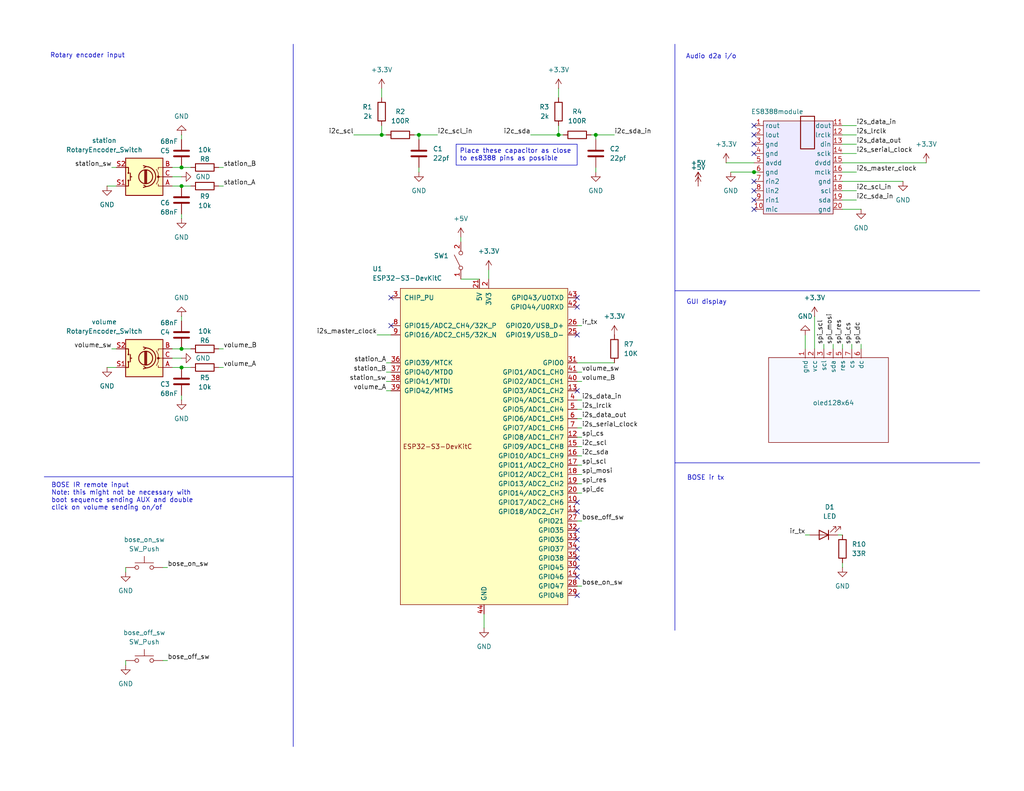
<source format=kicad_sch>
(kicad_sch (version 20250114) (generator "eeschema") (generator_version "9.0")
  (paper "USLetter")
  (title_block (title "Internet Radio V3") (date "2026-02-24") (rev "3.0") (company "AG Keck"))
  (lib_symbols
    (symbol "Device:C" (pin_numbers (hide yes)) (pin_names (offset 0.254))
      (property "Reference" "C" (at 0.635 2.54 0))
      (property "Value" "C" (at 0.635 -2.54 0))
      (symbol "C_0_1"
        (polyline (pts (xy -2.032 0.762) (xy 2.032 0.762)) (stroke (width 0.508)))
        (polyline (pts (xy -2.032 -0.762) (xy 2.032 -0.762)) (stroke (width 0.508)))
      )
      (symbol "C_1_1"
        (pin passive line (at 0 3.81 270) (length 2.794) (name "~") (number "1"))
        (pin passive line (at 0 -3.81 90) (length 2.794) (name "~") (number "2"))
      )
    )
    (symbol "Device:LED" (pin_numbers (hide yes)) (pin_names (offset 1.016) (hide yes))
      (property "Reference" "D" (at 0 2.54 0))
      (property "Value" "LED" (at 0 -2.54 0))
      (symbol "LED_0_1"
        (polyline (pts (xy -3.048 -0.762) (xy -4.572 -2.286) (xy -3.81 -2.286) (xy -4.572 -2.286) (xy -4.572 -1.524)))
        (polyline (pts (xy -1.778 -0.762) (xy -3.302 -2.286) (xy -2.54 -2.286) (xy -3.302 -2.286) (xy -3.302 -1.524)))
        (polyline (pts (xy -1.27 0) (xy 1.27 0)))
        (polyline (pts (xy -1.27 -1.27) (xy -1.27 1.27)) (stroke (width 0.254)))
        (polyline (pts (xy 1.27 -1.27) (xy 1.27 1.27) (xy -1.27 0) (xy 1.27 -1.27)) (stroke (width 0.254)))
      )
      (symbol "LED_1_1"
        (pin passive line (at -3.81 0 0) (length 2.54) (name "K") (number "1"))
        (pin passive line (at 3.81 0 180) (length 2.54) (name "A") (number "2"))
      )
    )
    (symbol "Device:R" (pin_numbers (hide yes)) (pin_names (offset 0))
      (property "Reference" "R" (at 2.032 0 90))
      (property "Value" "R" (at 0 0 90))
      (symbol "R_0_1"
        (rectangle (start -1.016 -2.54) (end 1.016 2.54) (stroke (width 0.254)))
      )
      (symbol "R_1_1"
        (pin passive line (at 0 3.81 270) (length 1.27) (name "~") (number "1"))
        (pin passive line (at 0 -3.81 90) (length 1.27) (name "~") (number "2"))
      )
    )
    (symbol "Device:RotaryEncoder_Switch" (pin_names (offset 0.254) (hide yes))
      (property "Reference" "SW" (at 0 6.604 0))
      (property "Value" "RotaryEncoder_Switch" (at 0 -6.604 0))
      (symbol "RotaryEncoder_Switch_0_1"
        (rectangle (start -5.08 5.08) (end 5.08 -5.08) (stroke (width 0.254)) (fill (type background)))
        (polyline (pts (xy -5.08 2.54) (xy -3.81 2.54) (xy -3.81 2.032)))
        (polyline (pts (xy -5.08 0) (xy -3.81 0) (xy -3.81 -1.016) (xy -3.302 -2.032)))
        (polyline (pts (xy -5.08 -2.54) (xy -3.81 -2.54) (xy -3.81 -2.032)))
        (polyline (pts (xy -4.318 0) (xy -3.81 0) (xy -3.81 1.016) (xy -3.302 2.032)))
        (circle (center -3.81 0) (radius 0.254) (fill (type outline)))
        (polyline (pts (xy -0.635 -1.778) (xy -0.635 1.778)) (stroke (width 0.254)))
        (circle (center -0.381 0) (radius 1.905) (stroke (width 0.254)))
        (polyline (pts (xy -0.381 -1.778) (xy -0.381 1.778)) (stroke (width 0.254)))
        (arc (start -0.381 -2.794) (mid -3.0988 -0.0635) (end -0.381 2.667) (stroke (width 0.254)))
        (polyline (pts (xy -0.127 1.778) (xy -0.127 -1.778)) (stroke (width 0.254)))
        (polyline (pts (xy 0.254 2.921) (xy -0.508 2.667) (xy 0.127 2.286)) (stroke (width 0.254)))
        (polyline (pts (xy 0.254 -3.048) (xy -0.508 -2.794) (xy 0.127 -2.413)) (stroke (width 0.254)))
        (polyline (pts (xy 3.81 1.016) (xy 3.81 -1.016)) (stroke (width 0.254)))
        (polyline (pts (xy 3.81 0) (xy 3.429 0)) (stroke (width 0.254)))
        (circle (center 4.318 1.016) (radius 0.127) (stroke (width 0.254)))
        (circle (center 4.318 -1.016) (radius 0.127) (stroke (width 0.254)))
        (polyline (pts (xy 5.08 2.54) (xy 4.318 2.54) (xy 4.318 1.016)) (stroke (width 0.254)))
        (polyline (pts (xy 5.08 -2.54) (xy 4.318 -2.54) (xy 4.318 -1.016)) (stroke (width 0.254)))
      )
      (symbol "RotaryEncoder_Switch_1_1"
        (pin passive line (at -7.62 2.54 0) (length 2.54) (name "A") (number "A"))
        (pin passive line (at -7.62 0 0) (length 2.54) (name "C") (number "C"))
        (pin passive line (at -7.62 -2.54 0) (length 2.54) (name "B") (number "B"))
        (pin passive line (at 7.62 2.54 180) (length 2.54) (name "S1") (number "S1"))
        (pin passive line (at 7.62 -2.54 180) (length 2.54) (name "S2") (number "S2"))
      )
    )
    (symbol "Espressif:ESP32-S3-DevKitC" (pin_names (offset 1.016))
      (property "Reference" "U" (at -22.86 48.26 0))
      (property "Value" "ESP32-S3-DevKitC" (at -22.86 45.72 0))
      (symbol "ESP32-S3-DevKitC_0_0"
        (text "ESP32-S3-DevKitC" (at -12.7 0 0) (effects (font (size 1.27 1.27))))
        (pin bidirectional line (at -25.4 15.24 0) (length 2.54) (name "GPIO42/MTMS") (number "39"))
        (pin power_in line (at 0 -45.72 90) (length 2.54) (name "GND") (number "44"))
        (pin bidirectional line (at 25.4 40.64 180) (length 2.54) (name "GPIO43/U0TXD") (number "43"))
        (pin bidirectional line (at 25.4 38.1 180) (length 2.54) (name "GPIO44/U0RXD") (number "42"))
        (pin bidirectional line (at 25.4 20.32 180) (length 2.54) (name "GPIO1/ADC1_CH0") (number "41"))
        (pin bidirectional line (at 25.4 17.78 180) (length 2.54) (name "GPIO2/ADC1_CH1") (number "40"))
        (pin bidirectional line (at 25.4 -10.16 180) (length 2.54) (name "GPIO13/ADC2_CH2") (number "19"))
        (pin bidirectional line (at 25.4 -35.56 180) (length 2.54) (name "GPIO46") (number "14"))
      )
      (symbol "ESP32-S3-DevKitC_0_1"
        (rectangle (start -22.86 43.18) (end 22.86 -43.18) (fill (type background)))
        (pin power_in line (at 1.27 45.72 270) (length 2.54) (name "3V3") (number "2"))
      )
      (symbol "ESP32-S3-DevKitC_1_1"
        (pin input line (at -25.4 40.64 0) (length 2.54) (name "CHIP_PU") (number "3"))
        (pin bidirectional line (at -25.4 33.02 0) (length 2.54) (name "GPIO15/ADC2_CH4/32K_P") (number "8"))
        (pin bidirectional line (at -25.4 30.48 0) (length 2.54) (name "GPIO16/ADC2_CH5/32K_N") (number "9"))
        (pin bidirectional line (at -25.4 22.86 0) (length 2.54) (name "GPIO39/MTCK") (number "36"))
        (pin bidirectional line (at -25.4 20.32 0) (length 2.54) (name "GPIO40/MTDO") (number "37"))
        (pin bidirectional line (at -25.4 17.78 0) (length 2.54) (name "GPIO41/MTDI") (number "38"))
        (pin power_in line (at -1.27 45.72 270) (length 2.54) (name "5V") (number "21"))
        (pin passive line (at 0 -45.72 90) (length 2.54) (hide yes) (name "GND") (number "22"))
        (pin passive line (at 0 -45.72 90) (length 2.54) (hide yes) (name "GND") (number "23"))
        (pin passive line (at 0 -45.72 90) (length 2.54) (hide yes) (name "GND") (number "24"))
        (pin passive line (at 1.27 45.72 270) (length 2.54) (hide yes) (name "3V3") (number "1"))
        (pin bidirectional line (at 25.4 33.02 180) (length 2.54) (name "GPIO20/USB_D+") (number "26"))
        (pin bidirectional line (at 25.4 30.48 180) (length 2.54) (name "GPIO19/USB_D-") (number "25"))
        (pin bidirectional line (at 25.4 22.86 180) (length 2.54) (name "GPIO0") (number "31"))
        (pin bidirectional line (at 25.4 15.24 180) (length 2.54) (name "GPIO3/ADC1_CH2") (number "13"))
        (pin bidirectional line (at 25.4 12.7 180) (length 2.54) (name "GPIO4/ADC1_CH3") (number "4"))
        (pin bidirectional line (at 25.4 10.16 180) (length 2.54) (name "GPIO5/ADC1_CH4") (number "5"))
        (pin bidirectional line (at 25.4 7.62 180) (length 2.54) (name "GPIO6/ADC1_CH5") (number "6"))
        (pin bidirectional line (at 25.4 5.08 180) (length 2.54) (name "GPIO7/ADC1_CH6") (number "7"))
        (pin bidirectional line (at 25.4 2.54 180) (length 2.54) (name "GPIO8/ADC1_CH7") (number "12"))
        (pin bidirectional line (at 25.4 0 180) (length 2.54) (name "GPIO9/ADC1_CH8") (number "15"))
        (pin bidirectional line (at 25.4 -2.54 180) (length 2.54) (name "GPIO10/ADC1_CH9") (number "16"))
        (pin bidirectional line (at 25.4 -5.08 180) (length 2.54) (name "GPIO11/ADC2_CH0") (number "17"))
        (pin bidirectional line (at 25.4 -7.62 180) (length 2.54) (name "GPIO12/ADC2_CH1") (number "18"))
        (pin bidirectional line (at 25.4 -12.7 180) (length 2.54) (name "GPIO14/ADC2_CH3") (number "20"))
        (pin bidirectional line (at 25.4 -15.24 180) (length 2.54) (name "GPIO17/ADC2_CH6") (number "10"))
        (pin bidirectional line (at 25.4 -17.78 180) (length 2.54) (name "GPIO18/ADC2_CH7") (number "11"))
        (pin bidirectional line (at 25.4 -20.32 180) (length 2.54) (name "GPIO21") (number "27"))
        (pin bidirectional line (at 25.4 -22.86 180) (length 2.54) (name "GPIO35") (number "32"))
        (pin bidirectional line (at 25.4 -25.4 180) (length 2.54) (name "GPIO36") (number "33"))
        (pin bidirectional line (at 25.4 -27.94 180) (length 2.54) (name "GPIO37") (number "34"))
        (pin bidirectional line (at 25.4 -30.48 180) (length 2.54) (name "GPIO38") (number "35"))
        (pin bidirectional line (at 25.4 -33.02 180) (length 2.54) (name "GPIO45") (number "30"))
        (pin bidirectional line (at 25.4 -38.1 180) (length 2.54) (name "GPIO47") (number "28"))
        (pin bidirectional line (at 25.4 -40.64 180) (length 2.54) (name "GPIO48") (number "29"))
      )
    )
    (symbol "Switch:SW_Push" (pin_numbers (hide yes)) (pin_names (offset 1.016) (hide yes))
      (property "Reference" "SW" (at 1.27 2.54 0))
      (property "Value" "SW_Push" (at 0 -1.524 0))
      (symbol "SW_Push_0_1"
        (circle (center -2.032 0) (radius 0.508))
        (polyline (pts (xy 0 1.27) (xy 0 3.048)))
        (circle (center 2.032 0) (radius 0.508))
        (polyline (pts (xy 2.54 1.27) (xy -2.54 1.27)))
        (pin passive line (at -5.08 0 0) (length 2.54) (name "1") (number "1"))
        (pin passive line (at 5.08 0 180) (length 2.54) (name "2") (number "2"))
      )
    )
    (symbol "Switch:SW_SPST" (pin_names (offset 0) (hide yes))
      (property "Reference" "SW" (at 0 3.175 0))
      (property "Value" "SW_SPST" (at 0 -2.54 0))
      (symbol "SW_SPST_0_0"
        (circle (center -2.032 0) (radius 0.508))
        (polyline (pts (xy -1.524 0.254) (xy 1.524 1.778)))
        (circle (center 2.032 0) (radius 0.508))
      )
      (symbol "SW_SPST_1_1"
        (pin passive line (at -5.08 0 0) (length 2.54) (name "A") (number "1"))
        (pin passive line (at 5.08 0 180) (length 2.54) (name "B") (number "2"))
      )
    )
    (symbol "es8388_module:es8388_module"
      (property "Reference" "U" (at 6.35 14.605 0))
      (property "Value" "ES8388module" (at -6.35 14.605 0))
      (symbol "es8388_module_0_1"
        (rectangle (start -10.16 12.7) (end 8.89 -12.7) (fill (type color) (color 207 198 255 0.36)))
        (rectangle (start 0 13.97) (end 3.81 5.08) (stroke (width 0.254)))
      )
      (symbol "es8388_module_1_0"
        (pin output line (at 11.43 11.43 180) (length 2.54) (name "dout") (number "11"))
        (pin input line (at 11.43 8.89 180) (length 2.54) (name "lrclk") (number "12"))
      )
      (symbol "es8388_module_1_1"
        (pin output line (at -12.7 11.43 0) (length 2.54) (name "rout") (number "1"))
        (pin output line (at -12.7 8.89 0) (length 2.54) (name "lout") (number "2"))
        (pin power_out line (at -12.7 6.35 0) (length 2.54) (name "gnd") (number "3"))
        (pin power_out line (at -12.7 3.81 0) (length 2.54) (name "gnd") (number "4"))
        (pin power_in line (at -12.7 1.27 0) (length 2.54) (name "avdd") (number "5"))
        (pin power_out line (at -12.7 -1.27 0) (length 2.54) (name "gnd") (number "6"))
        (pin input line (at -12.7 -3.81 0) (length 2.54) (name "rin2") (number "7"))
        (pin input line (at -12.7 -6.35 0) (length 2.54) (name "lin2") (number "8"))
        (pin input line (at -12.7 -8.89 0) (length 2.54) (name "rin1") (number "9"))
        (pin input line (at -12.7 -11.43 0) (length 2.54) (name "mic") (number "10"))
        (pin input line (at 11.43 6.35 180) (length 2.54) (name "din") (number "13"))
        (pin input line (at 11.43 3.81 180) (length 2.54) (name "sclk") (number "14"))
        (pin power_in line (at 11.43 1.27 180) (length 2.54) (name "dvdd") (number "15"))
        (pin input line (at 11.43 -1.27 180) (length 2.54) (name "mclk") (number "16"))
        (pin power_out line (at 11.43 -3.81 180) (length 2.54) (name "gnd") (number "17"))
        (pin input line (at 11.43 -6.35 180) (length 2.54) (name "scl") (number "18"))
        (pin input line (at 11.43 -8.89 180) (length 2.54) (name "sda") (number "19"))
        (pin power_out line (at 11.43 -11.43 180) (length 2.54) (name "gnd") (number "20"))
      )
    )
    (symbol "oled_128x64_spi:oled_128x64_spi"
      (property "Reference" "U" (at 12.7 13.97 0))
      (property "Value" "oled128x64" (at -16.51 14.605 0))
      (symbol "oled_128x64_spi_0_1"
        (rectangle (start -17.6212 12.8587) (end 15.0813 -10.3188) (fill (type color) (color 174 198 255 0.11)))
      )
      (symbol "oled_128x64_spi_1_1"
        (pin power_out line (at -7.62 15.24 270) (length 2.54) (name "gnd") (number "1"))
        (pin power_in line (at -5.08 15.24 270) (length 2.54) (name "vcc") (number "2"))
        (pin input line (at -2.54 15.24 270) (length 2.54) (name "scl") (number "3"))
        (pin input line (at 0 15.24 270) (length 2.54) (name "sda") (number "4"))
        (pin input line (at 2.54 15.24 270) (length 2.54) (name "res") (number "5"))
        (pin input line (at 5.08 15.24 270) (length 2.54) (name "cs") (number "7"))
        (pin input line (at 7.62 15.24 270) (length 2.54) (name "dc") (number "6"))
      )
    )
    (symbol "power:+3.3V" (power) (pin_numbers (hide yes)) (pin_names (offset 0) (hide yes))
      (property "Value" "+3.3V" (at 0 3.556 0))
      (symbol "+3.3V_0_1"
        (polyline (pts (xy -0.762 1.27) (xy 0 2.54)))
        (polyline (pts (xy 0 2.54) (xy 0.762 1.27)))
        (polyline (pts (xy 0 0) (xy 0 2.54)))
      )
      (symbol "+3.3V_1_1"
        (pin power_in line (at 0 0 90) (length 0) (name "~") (number "1"))
      )
    )
    (symbol "power:+5V" (power) (pin_numbers (hide yes)) (pin_names (offset 0) (hide yes))
      (property "Value" "+5V" (at 0 3.556 0))
      (symbol "+5V_0_1"
        (polyline (pts (xy -0.762 1.27) (xy 0 2.54)))
        (polyline (pts (xy 0 2.54) (xy 0.762 1.27)))
        (polyline (pts (xy 0 0) (xy 0 2.54)))
      )
      (symbol "+5V_1_1"
        (pin power_in line (at 0 0 90) (length 0) (name "~") (number "1"))
      )
    )
    (symbol "power:GND" (power) (pin_numbers (hide yes)) (pin_names (offset 0) (hide yes))
      (property "Value" "GND" (at 0 -3.81 0))
      (symbol "GND_0_1"
        (polyline (pts (xy 0 0) (xy 0 -1.27) (xy 1.27 -1.27) (xy 0 -2.54) (xy -1.27 -1.27) (xy 0 -1.27)))
      )
      (symbol "GND_1_1"
        (pin power_in line (at 0 0 270) (length 0) (name "~") (number "1"))
      )
    )
  )
  (text "GUI display" (at 192.786 82.55 0) (effects (font (size 1.27 1.27))))
  (text "Rotary encoder input" (at 23.876 15.24 0) (effects (font (size 1.27 1.27))))
  (text "Audio d2a i/o" (at 194.056 15.494 0) (effects (font (size 1.27 1.27))))
  (text "BOSE ir tx" (at 192.532 130.556 0) (effects (font (size 1.27 1.27))))
  (text "BOSE IR remote input\nNote: this might not be necessary with\nboot sequence sending AUX and double\nclick on volume sending on/of" (at 13.97 135.636 0) (effects (font (size 1.27 1.27)) (justify left)))
  (text_box "Place these capacitor as close to es8388 pins as possible" (at 124.46 39.37 0) (size 33.02 5.715) (margins 0.9525 0.9525 0.9525 0.9525) (effects (font (size 1.27 1.27)) (justify left top)))
  (junction (at 49.53 100.33))
  (junction (at 49.53 95.25))
  (junction (at 205.74 46.99))
  (junction (at 114.3 36.83))
  (junction (at 104.14 36.83))
  (junction (at 49.53 45.72))
  (junction (at 49.53 50.8))
  (junction (at 162.56 36.83))
  (junction (at 152.4 36.83))
  (no_connect (at 157.48 149.86))
  (no_connect (at 157.48 81.28))
  (no_connect (at 205.74 39.37))
  (no_connect (at 205.74 49.53))
  (no_connect (at 106.68 81.28))
  (no_connect (at 205.74 34.29))
  (no_connect (at 205.74 57.15))
  (no_connect (at 157.48 139.7))
  (no_connect (at 205.74 54.61))
  (no_connect (at 106.68 88.9))
  (no_connect (at 205.74 52.07))
  (no_connect (at 157.48 147.32))
  (no_connect (at 157.48 154.94))
  (no_connect (at 157.48 152.4))
  (no_connect (at 157.48 83.82))
  (no_connect (at 157.48 91.44))
  (no_connect (at 157.48 144.78))
  (no_connect (at 157.48 106.68))
  (no_connect (at 205.74 36.83))
  (no_connect (at 157.48 137.16))
  (no_connect (at 205.74 41.91))
  (no_connect (at 157.48 162.56))
  (no_connect (at 157.48 157.48))
  (wire (pts (xy 227.33 93.98) (xy 227.33 95.25)))
  (wire (pts (xy 161.29 36.83) (xy 162.56 36.83)))
  (wire (pts (xy 49.53 38.1) (xy 49.53 36.83)))
  (wire (pts (xy 157.48 88.9) (xy 158.75 88.9)))
  (wire (pts (xy 219.71 91.44) (xy 219.71 95.25)))
  (wire (pts (xy 229.87 46.99) (xy 233.68 46.99)))
  (wire (pts (xy 234.95 93.98) (xy 234.95 95.25)))
  (wire (pts (xy 105.41 104.14) (xy 106.68 104.14)))
  (wire (pts (xy 152.4 24.13) (xy 152.4 26.67)))
  (wire (pts (xy 158.75 134.62) (xy 157.48 134.62)))
  (wire (pts (xy 229.87 54.61) (xy 233.68 54.61)))
  (polyline (pts (xy 184.15 79.375) (xy 267.335 79.375)))
  (wire (pts (xy 232.41 93.98) (xy 232.41 95.25)))
  (wire (pts (xy 105.41 101.6) (xy 106.68 101.6)))
  (wire (pts (xy 113.03 36.83) (xy 114.3 36.83)))
  (wire (pts (xy 158.75 129.54) (xy 157.48 129.54)))
  (wire (pts (xy 46.99 50.8) (xy 49.53 50.8)))
  (wire (pts (xy 207.01 46.99) (xy 205.74 46.99)))
  (wire (pts (xy 229.87 93.98) (xy 229.87 95.25)))
  (wire (pts (xy 49.53 45.72) (xy 52.07 45.72)))
  (wire (pts (xy 49.53 87.63) (xy 49.53 86.36)))
  (wire (pts (xy 162.56 38.1) (xy 162.56 36.83)))
  (wire (pts (xy 205.74 44.45) (xy 198.12 44.45)))
  (wire (pts (xy 59.69 95.25) (xy 60.96 95.25)))
  (wire (pts (xy 229.87 153.67) (xy 229.87 154.94)))
  (wire (pts (xy 46.99 95.25) (xy 49.53 95.25)))
  (wire (pts (xy 228.6 146.05) (xy 229.87 146.05)))
  (wire (pts (xy 46.99 100.33) (xy 49.53 100.33)))
  (wire (pts (xy 224.79 93.98) (xy 224.79 95.25)))
  (wire (pts (xy 157.48 142.24) (xy 158.75 142.24)))
  (wire (pts (xy 49.53 50.8) (xy 52.07 50.8)))
  (wire (pts (xy 157.48 101.6) (xy 158.75 101.6)))
  (wire (pts (xy 114.3 36.83) (xy 119.38 36.83)))
  (wire (pts (xy 157.48 124.46) (xy 158.75 124.46)))
  (wire (pts (xy 34.29 180.34) (xy 34.29 181.61)))
  (wire (pts (xy 229.87 52.07) (xy 233.68 52.07)))
  (wire (pts (xy 34.29 154.94) (xy 34.29 156.21)))
  (wire (pts (xy 152.4 34.29) (xy 152.4 36.83)))
  (wire (pts (xy 144.78 36.83) (xy 152.4 36.83)))
  (wire (pts (xy 30.48 95.25) (xy 31.75 95.25)))
  (wire (pts (xy 96.52 36.83) (xy 104.14 36.83)))
  (wire (pts (xy 158.75 119.38) (xy 157.48 119.38)))
  (wire (pts (xy 30.48 45.72) (xy 31.75 45.72)))
  (wire (pts (xy 233.68 41.91) (xy 229.87 41.91)))
  (wire (pts (xy 114.3 45.72) (xy 114.3 46.99)))
  (wire (pts (xy 49.53 95.25) (xy 52.07 95.25)))
  (wire (pts (xy 158.75 109.22) (xy 157.48 109.22)))
  (wire (pts (xy 157.48 127) (xy 158.75 127)))
  (wire (pts (xy 130.81 76.2) (xy 125.73 76.2)))
  (polyline (pts (xy 12.065 130.175) (xy 80.01 130.175)))
  (wire (pts (xy 132.08 171.45) (xy 132.08 167.64)))
  (wire (pts (xy 157.48 160.02) (xy 158.75 160.02)))
  (wire (pts (xy 114.3 38.1) (xy 114.3 36.83)))
  (wire (pts (xy 104.14 24.13) (xy 104.14 26.67)))
  (wire (pts (xy 106.68 106.68) (xy 105.41 106.68)))
  (polyline (pts (xy 80.01 12.065) (xy 80.01 203.835)))
  (wire (pts (xy 162.56 36.83) (xy 167.64 36.83)))
  (wire (pts (xy 162.56 45.72) (xy 162.56 46.99)))
  (wire (pts (xy 59.69 45.72) (xy 60.96 45.72)))
  (wire (pts (xy 133.35 73.66) (xy 133.35 76.2)))
  (wire (pts (xy 29.21 50.8) (xy 31.75 50.8)))
  (wire (pts (xy 233.68 34.29) (xy 229.87 34.29)))
  (wire (pts (xy 105.41 99.06) (xy 106.68 99.06)))
  (wire (pts (xy 125.73 64.77) (xy 125.73 66.04)))
  (wire (pts (xy 44.45 180.34) (xy 45.72 180.34)))
  (wire (pts (xy 102.87 91.44) (xy 106.68 91.44)))
  (wire (pts (xy 49.53 107.95) (xy 49.53 109.22)))
  (wire (pts (xy 152.4 36.83) (xy 153.67 36.83)))
  (wire (pts (xy 229.87 49.53) (xy 246.38 49.53)))
  (wire (pts (xy 222.25 86.36) (xy 222.25 95.25)))
  (wire (pts (xy 158.75 114.3) (xy 157.48 114.3)))
  (wire (pts (xy 229.87 44.45) (xy 252.73 44.45)))
  (wire (pts (xy 229.87 36.83) (xy 233.68 36.83)))
  (wire (pts (xy 233.68 39.37) (xy 229.87 39.37)))
  (polyline (pts (xy 184.15 12.065) (xy 184.15 172.085)))
  (wire (pts (xy 157.48 111.76) (xy 158.75 111.76)))
  (wire (pts (xy 59.69 50.8) (xy 60.96 50.8)))
  (wire (pts (xy 205.74 46.99) (xy 199.39 46.99)))
  (wire (pts (xy 29.21 100.33) (xy 31.75 100.33)))
  (wire (pts (xy 44.45 154.94) (xy 45.72 154.94)))
  (wire (pts (xy 219.71 146.05) (xy 220.98 146.05)))
  (wire (pts (xy 104.14 34.29) (xy 104.14 36.83)))
  (wire (pts (xy 46.99 97.79) (xy 49.53 97.79)))
  (wire (pts (xy 49.53 58.42) (xy 49.53 59.69)))
  (wire (pts (xy 49.53 100.33) (xy 52.07 100.33)))
  (wire (pts (xy 104.14 36.83) (xy 105.41 36.83)))
  (wire (pts (xy 59.69 100.33) (xy 60.96 100.33)))
  (polyline (pts (xy 184.15 126.365) (xy 267.335 126.365)))
  (wire (pts (xy 158.75 132.08) (xy 157.48 132.08)))
  (wire (pts (xy 46.99 48.26) (xy 49.53 48.26)))
  (wire (pts (xy 158.75 116.84) (xy 157.48 116.84)))
  (wire (pts (xy 157.48 99.06) (xy 167.64 99.06)))
  (wire (pts (xy 229.87 57.15) (xy 234.95 57.15)))
  (wire (pts (xy 157.48 104.14) (xy 158.75 104.14)))
  (wire (pts (xy 157.48 121.92) (xy 158.75 121.92)))
  (wire (pts (xy 46.99 45.72) (xy 49.53 45.72)))
  (label "spi_mosi" (at 158.75 129.54 0))
  (label "ir_tx" (at 158.75 88.9 0))
  (label "volume_B" (at 60.96 95.25 0))
  (label "spi_dc" (at 158.75 134.62 0))
  (label "i2c_sda_in" (at 233.68 54.61 0))
  (label "station_B" (at 60.96 45.72 0))
  (label "spi_cs" (at 158.75 119.38 0))
  (label "ir_tx" (at 219.71 146.05 180))
  (label "i2s_data_in" (at 158.75 109.22 0))
  (label "i2c_scl_in" (at 233.68 52.07 0))
  (label "spi_scl" (at 158.75 127 0))
  (label "spi_dc" (at 234.95 93.98 90))
  (label "i2c_sda" (at 144.78 36.83 180))
  (label "station_sw" (at 30.48 45.72 180))
  (label "volume_A" (at 105.41 106.68 180))
  (label "i2s_data_in" (at 233.68 34.29 0))
  (label "bose_off_sw" (at 45.72 180.34 0))
  (label "station_A" (at 60.96 50.8 0))
  (label "i2c_scl" (at 158.75 121.92 0))
  (label "spi_res" (at 229.87 93.98 90))
  (label "i2s_data_out" (at 158.75 114.3 0))
  (label "i2s_serial_clock" (at 158.75 116.84 0))
  (label "spi_cs" (at 232.41 93.98 90))
  (label "volume_B" (at 158.75 104.14 0))
  (label "i2s_serial_clock" (at 233.68 41.91 0))
  (label "i2s_master_clock" (at 233.68 46.99 0))
  (label "bose_on_sw" (at 45.72 154.94 0))
  (label "volume_sw" (at 158.75 101.6 0))
  (label "i2s_lrclk" (at 158.75 111.76 0))
  (label "i2c_sda" (at 158.75 124.46 0))
  (label "volume_sw" (at 30.48 95.25 180))
  (label "i2s_data_out" (at 233.68 39.37 0))
  (label "i2c_scl_in" (at 119.38 36.83 0))
  (label "i2c_sda_in" (at 167.64 36.83 0))
  (label "station_B" (at 105.41 101.6 180))
  (label "i2s_lrclk" (at 233.68 36.83 0))
  (label "i2c_scl" (at 96.52 36.83 180))
  (label "bose_on_sw" (at 158.75 160.02 0))
  (label "spi_mosi" (at 227.33 93.98 90))
  (label "spi_scl" (at 224.79 93.98 90))
  (label "volume_A" (at 60.96 100.33 0))
  (label "station_sw" (at 105.41 104.14 180))
  (label "i2s_master_clock" (at 102.87 91.44 180))
  (label "bose_off_sw" (at 158.75 142.24 0))
  (label "spi_res" (at 158.75 132.08 0))
  (label "station_A" (at 105.41 99.06 180))
  (symbol (lib_id "Device:R") (at 152.4 30.48 0) (mirror y) (unit 1)
    (property "Reference" "R3" (at 149.86 29.2099 0) (effects (justify left)))
    (property "Value" "2k" (at 149.86 31.7499 0) (effects (justify left)))
    (property "Description" "Resistor" (effects (hide yes)))
  )
  (symbol (lib_id "Device:C") (at 49.53 91.44 0) (mirror x) (unit 1)
    (property "Reference" "C4" (at 43.688 90.678 0) (effects (justify left)))
    (property "Value" "68nF" (at 43.688 88.138 0) (effects (justify left)))
    (property "Description" "Unpolarized capacitor" (effects (hide yes)))
  )
  (symbol (lib_id "power:GND") (at 49.53 59.69 0) (unit 1)
    (property "Reference" "#PWR023" (effects (hide yes)))
    (property "Value" "GND" (at 49.53 64.77 0))
    (property "Description" "Power symbol creates a global label with name \"GND\" , ground" (effects (hide yes)))
  )
  (symbol (lib_id "es8388_module:es8388_module") (at 218.44 45.72 0) (unit 1)
    (property "Reference" "ES8388module" (at 212.09 30.48 0))
  )
  (symbol (lib_id "power:GND") (at 234.95 57.15 0) (unit 1)
    (property "Reference" "#PWR04" (effects (hide yes)))
    (property "Value" "GND" (at 234.95 62.23 0))
    (property "Description" "Power symbol creates a global label with name \"GND\" , ground" (effects (hide yes)))
  )
  (symbol (lib_id "power:+3.3V") (at 133.35 73.66 0) (unit 1)
    (property "Reference" "#PWR01" (effects (hide yes)))
    (property "Value" "+3.3V" (at 133.35 68.58 0))
    (property "Description" "Power symbol creates a global label with name \"+3.3V\"" (effects (hide yes)))
  )
  (symbol (lib_id "Device:RotaryEncoder_Switch") (at 39.37 48.26 180) (unit 1)
    (property "Reference" "station" (at 28.448 38.354 0))
    (property "Value" "RotaryEncoder_Switch" (at 28.448 40.894 0))
    (property "Description" "Rotary encoder, dual channel, incremental quadrate outputs, with switch" (effects (hide yes)))
  )
  (symbol (lib_id "Device:R") (at 55.88 100.33 90) (unit 1)
    (property "Reference" "R5" (at 55.88 103.124 90))
    (property "Value" "10k" (at 55.88 105.664 90))
    (property "Description" "Resistor" (effects (hide yes)))
  )
  (symbol (lib_id "power:GND") (at 29.21 50.8 0) (unit 1)
    (property "Reference" "#PWR020" (effects (hide yes)))
    (property "Value" "GND" (at 29.21 55.88 0))
    (property "Description" "Power symbol creates a global label with name \"GND\" , ground" (effects (hide yes)))
  )
  (symbol (lib_id "Switch:SW_SPST") (at 125.73 71.12 90) (unit 1)
    (property "Reference" "SW1" (at 118.364 69.85 90) (effects (justify right)))
    (property "Value" "SW_SPST" (effects (hide yes)))
    (property "Description" "Single Pole Single Throw (SPST) switch" (effects (hide yes)))
  )
  (symbol (lib_id "power:GND") (at 162.56 46.99 0) (unit 1)
    (property "Reference" "#PWR012" (effects (hide yes)))
    (property "Value" "GND" (at 162.56 52.07 0))
    (property "Description" "Power symbol creates a global label with name \"GND\" , ground" (effects (hide yes)))
  )
  (symbol (lib_id "Device:C") (at 49.53 41.91 0) (mirror x) (unit 1)
    (property "Reference" "C5" (at 43.688 41.148 0) (effects (justify left)))
    (property "Value" "68nF" (at 43.688 38.608 0) (effects (justify left)))
    (property "Description" "Unpolarized capacitor" (effects (hide yes)))
  )
  (symbol (lib_id "power:+3.3V") (at 198.12 44.45 0) (unit 1)
    (property "Reference" "#PWR06" (effects (hide yes)))
    (property "Value" "+3.3V" (at 198.12 39.37 0))
    (property "Description" "Power symbol creates a global label with name \"+3.3V\"" (effects (hide yes)))
  )
  (symbol (lib_id "power:+3.3V") (at 152.4 24.13 0) (unit 1)
    (property "Reference" "#PWR011" (effects (hide yes)))
    (property "Value" "+3.3V" (at 152.4 19.05 0))
    (property "Description" "Power symbol creates a global label with name \"+3.3V\"" (effects (hide yes)))
  )
  (symbol (lib_id "power:GND") (at 34.29 181.61 0) (unit 1)
    (property "Reference" "#PWR025" (effects (hide yes)))
    (property "Value" "GND" (at 34.29 186.69 0))
    (property "Description" "Power symbol creates a global label with name \"GND\" , ground" (effects (hide yes)))
  )
  (symbol (lib_id "power:GND") (at 49.53 36.83 0) (mirror x) (unit 1)
    (property "Reference" "#PWR021" (effects (hide yes)))
    (property "Value" "GND" (at 49.53 31.75 0))
    (property "Description" "Power symbol creates a global label with name \"GND\" , ground" (effects (hide yes)))
  )
  (symbol (lib_id "Device:R") (at 55.88 95.25 90) (mirror x) (unit 1)
    (property "Reference" "R6" (at 55.88 92.964 90))
    (property "Value" "10k" (at 55.88 90.424 90))
    (property "Description" "Resistor" (effects (hide yes)))
  )
  (symbol (lib_id "power:+5V") (at 190.5 50.8 0) (unit 1)
    (property "Reference" "#PWR027" (effects (hide yes)))
    (property "Value" "+5V" (at 190.5 45.72 0))
    (property "Description" "Power symbol creates a global label with name \"+5V\"" (effects (hide yes)))
  )
  (symbol (lib_id "power:+5V") (at 190.5 49.53 0) (unit 1)
    (property "Reference" "#PWR017" (effects (hide yes)))
    (property "Value" "+5V" (at 190.5 44.45 0))
    (property "Description" "Power symbol creates a global label with name \"+5V\"" (effects (hide yes)))
  )
  (symbol (lib_id "power:+3.3V") (at 252.73 44.45 0) (unit 1)
    (property "Reference" "#PWR07" (effects (hide yes)))
    (property "Value" "+3.3V" (at 252.73 39.37 0))
    (property "Description" "Power symbol creates a global label with name \"+3.3V\"" (effects (hide yes)))
  )
  (symbol (lib_id "Device:C") (at 49.53 54.61 0) (unit 1)
    (property "Reference" "C6" (at 43.688 55.372 0) (effects (justify left)))
    (property "Value" "68nF" (at 43.688 57.912 0) (effects (justify left)))
    (property "Description" "Unpolarized capacitor" (effects (hide yes)))
  )
  (symbol (lib_id "power:GND") (at 49.53 48.26 90) (unit 1)
    (property "Reference" "#PWR022" (effects (hide yes)))
    (property "Value" "GND" (at 53.34 48.2599 90) (effects (justify right)))
    (property "Description" "Power symbol creates a global label with name \"GND\" , ground" (effects (hide yes)))
  )
  (symbol (lib_id "Device:R") (at 229.87 149.86 0) (unit 1)
    (property "Reference" "R10" (at 232.41 148.5899 0) (effects (justify left)))
    (property "Value" "33R" (at 232.41 151.1299 0) (effects (justify left)))
    (property "Description" "Resistor" (effects (hide yes)))
  )
  (symbol (lib_id "Device:C") (at 114.3 41.91 0) (unit 1)
    (property "Reference" "C1" (at 118.11 40.6399 0) (effects (justify left)))
    (property "Value" "22pf" (at 118.11 43.1799 0) (effects (justify left)))
    (property "Description" "Unpolarized capacitor" (effects (hide yes)))
  )
  (symbol (lib_id "power:GND") (at 229.87 154.94 0) (unit 1)
    (property "Reference" "#PWR026" (effects (hide yes)))
    (property "Value" "GND" (at 229.87 160.02 0))
    (property "Description" "Power symbol creates a global label with name \"GND\" , ground" (effects (hide yes)))
  )
  (symbol (lib_id "power:GND") (at 199.39 46.99 0) (unit 1)
    (property "Reference" "#PWR05" (effects (hide yes)))
    (property "Value" "GND" (at 199.39 52.07 0))
    (property "Description" "Power symbol creates a global label with name \"GND\" , ground" (effects (hide yes)))
  )
  (symbol (lib_id "Device:R") (at 55.88 45.72 90) (mirror x) (unit 1)
    (property "Reference" "R8" (at 55.88 43.434 90))
    (property "Value" "10k" (at 55.88 40.894 90))
    (property "Description" "Resistor" (effects (hide yes)))
  )
  (symbol (lib_id "power:GND") (at 219.71 91.44 180) (unit 1)
    (property "Reference" "#PWR014" (effects (hide yes)))
    (property "Value" "GND" (at 219.71 86.36 0))
    (property "Description" "Power symbol creates a global label with name \"GND\" , ground" (effects (hide yes)))
  )
  (symbol (lib_id "power:GND") (at 49.53 109.22 0) (unit 1)
    (property "Reference" "#PWR015" (effects (hide yes)))
    (property "Value" "GND" (at 49.53 114.3 0))
    (property "Description" "Power symbol creates a global label with name \"GND\" , ground" (effects (hide yes)))
  )
  (symbol (lib_id "power:GND") (at 49.53 86.36 0) (mirror x) (unit 1)
    (property "Reference" "#PWR018" (effects (hide yes)))
    (property "Value" "GND" (at 49.53 81.28 0))
    (property "Description" "Power symbol creates a global label with name \"GND\" , ground" (effects (hide yes)))
  )
  (symbol (lib_id "power:GND") (at 246.38 49.53 0) (unit 1)
    (property "Reference" "#PWR03" (effects (hide yes)))
    (property "Value" "GND" (at 246.38 54.61 0))
    (property "Description" "Power symbol creates a global label with name \"GND\" , ground" (effects (hide yes)))
  )
  (symbol (lib_id "Switch:SW_Push") (at 39.37 180.34 0) (unit 1)
    (property "Reference" "bose_off_sw" (at 39.37 172.72 0))
    (property "Value" "SW_Push" (at 39.37 175.26 0))
    (property "Description" "Push button switch, generic, two pins" (effects (hide yes)))
  )
  (symbol (lib_id "power:+5V") (at 125.73 64.77 0) (unit 1)
    (property "Reference" "#PWR016" (effects (hide yes)))
    (property "Value" "+5V" (at 125.73 59.69 0))
    (property "Description" "Power symbol creates a global label with name \"+5V\"" (effects (hide yes)))
  )
  (symbol (lib_id "Device:R") (at 157.48 36.83 90) (unit 1)
    (property "Reference" "R4" (at 157.48 30.48 90))
    (property "Value" "100R" (at 157.48 33.02 90))
    (property "Description" "Resistor" (effects (hide yes)))
  )
  (symbol (lib_id "Device:LED") (at 224.79 146.05 180) (unit 1)
    (property "Reference" "D1" (at 226.3775 138.43 0))
    (property "Value" "LED" (at 226.3775 140.97 0))
    (property "Description" "Light emitting diode" (effects (hide yes)))
    (property "Sim.Pins" "1=K 2=A" (effects (hide yes)))
  )
  (symbol (lib_id "power:GND") (at 114.3 46.99 0) (unit 1)
    (property "Reference" "#PWR09" (effects (hide yes)))
    (property "Value" "GND" (at 114.3 52.07 0))
    (property "Description" "Power symbol creates a global label with name \"GND\" , ground" (effects (hide yes)))
  )
  (symbol (lib_id "power:GND") (at 132.08 171.45 0) (unit 1)
    (property "Reference" "#PWR02" (effects (hide yes)))
    (property "Value" "GND" (at 132.08 176.53 0))
    (property "Description" "Power symbol creates a global label with name \"GND\" , ground" (effects (hide yes)))
  )
  (symbol (lib_id "Espressif:ESP32-S3-DevKitC") (at 132.08 121.92 0) (unit 1)
    (property "Reference" "U1" (at 101.6 73.406 0) (effects (justify left)))
    (property "Value" "ESP32-S3-DevKitC" (at 101.6 75.946 0) (effects (justify left)))
    (property "Footprint" "PCM_Espressif:ESP32-S3-DevKitC" (effects (hide yes)))
    (property "Description" "ESP32-S3-DevKitC" (effects (hide yes)))
  )
  (symbol (lib_id "power:GND") (at 29.21 100.33 0) (unit 1)
    (property "Reference" "#PWR013" (effects (hide yes)))
    (property "Value" "GND" (at 29.21 105.41 0))
    (property "Description" "Power symbol creates a global label with name \"GND\" , ground" (effects (hide yes)))
  )
  (symbol (lib_id "oled_128x64_spi:oled_128x64_spi") (at 227.33 110.49 0) (unit 1)
    (property "Reference" "oled128x64" (at 221.742 109.982 0) (effects (justify left)))
  )
  (symbol (lib_id "power:+3.3V") (at 222.25 86.36 0) (unit 1)
    (property "Reference" "#PWR010" (effects (hide yes)))
    (property "Value" "+3.3V" (at 222.25 81.28 0))
    (property "Description" "Power symbol creates a global label with name \"+3.3V\"" (effects (hide yes)))
  )
  (symbol (lib_id "power:+5V") (at 190.5 49.53 0) (unit 1)
    (property "Reference" "#PWR028" (effects (hide yes)))
    (property "Value" "+5V" (at 190.5 44.45 0))
    (property "Description" "Power symbol creates a global label with name \"+5V\"" (effects (hide yes)))
  )
  (symbol (lib_id "Device:R") (at 167.64 95.25 0) (unit 1)
    (property "Reference" "R7" (at 170.18 93.9799 0) (effects (justify left)))
    (property "Value" "10K" (at 170.18 96.5199 0) (effects (justify left)))
    (property "Description" "Resistor" (effects (hide yes)))
  )
  (symbol (lib_id "power:GND") (at 49.53 97.79 90) (unit 1)
    (property "Reference" "#PWR019" (effects (hide yes)))
    (property "Value" "GND" (at 53.34 97.7899 90) (effects (justify right)))
    (property "Description" "Power symbol creates a global label with name \"GND\" , ground" (effects (hide yes)))
  )
  (symbol (lib_id "power:+3.3V") (at 167.64 91.44 0) (unit 1)
    (property "Reference" "#PWR029" (effects (hide yes)))
    (property "Value" "+3.3V" (at 167.64 86.36 0))
    (property "Description" "Power symbol creates a global label with name \"+3.3V\"" (effects (hide yes)))
  )
  (symbol (lib_id "power:GND") (at 34.29 156.21 0) (unit 1)
    (property "Reference" "#PWR024" (effects (hide yes)))
    (property "Value" "GND" (at 34.29 161.29 0))
    (property "Description" "Power symbol creates a global label with name \"GND\" , ground" (effects (hide yes)))
  )
  (symbol (lib_id "Device:R") (at 109.22 36.83 90) (unit 1)
    (property "Reference" "R2" (at 109.22 30.48 90))
    (property "Value" "100R" (at 109.22 33.02 90))
    (property "Description" "Resistor" (effects (hide yes)))
  )
  (symbol (lib_id "Device:R") (at 55.88 50.8 90) (unit 1)
    (property "Reference" "R9" (at 55.88 53.594 90))
    (property "Value" "10k" (at 55.88 56.134 90))
    (property "Description" "Resistor" (effects (hide yes)))
  )
  (symbol (lib_id "Device:C") (at 162.56 41.91 0) (unit 1)
    (property "Reference" "C2" (at 166.37 40.6399 0) (effects (justify left)))
    (property "Value" "22pf" (at 166.37 43.1799 0) (effects (justify left)))
    (property "Description" "Unpolarized capacitor" (effects (hide yes)))
  )
  (symbol (lib_id "Device:RotaryEncoder_Switch") (at 39.37 97.79 180) (unit 1)
    (property "Reference" "volume" (at 28.448 87.884 0))
    (property "Value" "RotaryEncoder_Switch" (at 28.448 90.424 0))
    (property "Description" "Rotary encoder, dual channel, incremental quadrate outputs, with switch" (effects (hide yes)))
  )
  (symbol (lib_id "Device:C") (at 49.53 104.14 0) (unit 1)
    (property "Reference" "C3" (at 43.688 104.902 0) (effects (justify left)))
    (property "Value" "68nF" (at 43.688 107.442 0) (effects (justify left)))
    (property "Description" "Unpolarized capacitor" (effects (hide yes)))
  )
  (symbol (lib_id "Device:R") (at 104.14 30.48 0) (mirror y) (unit 1)
    (property "Reference" "R1" (at 101.6 29.2099 0) (effects (justify left)))
    (property "Value" "2k" (at 101.6 31.7499 0) (effects (justify left)))
    (property "Description" "Resistor" (effects (hide yes)))
  )
  (symbol (lib_id "Switch:SW_Push") (at 39.37 154.94 0) (unit 1)
    (property "Reference" "bose_on_sw" (at 39.37 147.32 0))
    (property "Value" "SW_Push" (at 39.37 149.86 0))
    (property "Description" "Push button switch, generic, two pins" (effects (hide yes)))
  )
  (symbol (lib_id "power:+3.3V") (at 104.14 24.13 0) (unit 1)
    (property "Reference" "#PWR08" (effects (hide yes)))
    (property "Value" "+3.3V" (at 104.14 19.05 0))
    (property "Description" "Power symbol creates a global label with name \"+3.3V\"" (effects (hide yes)))
  )
)
</source>
